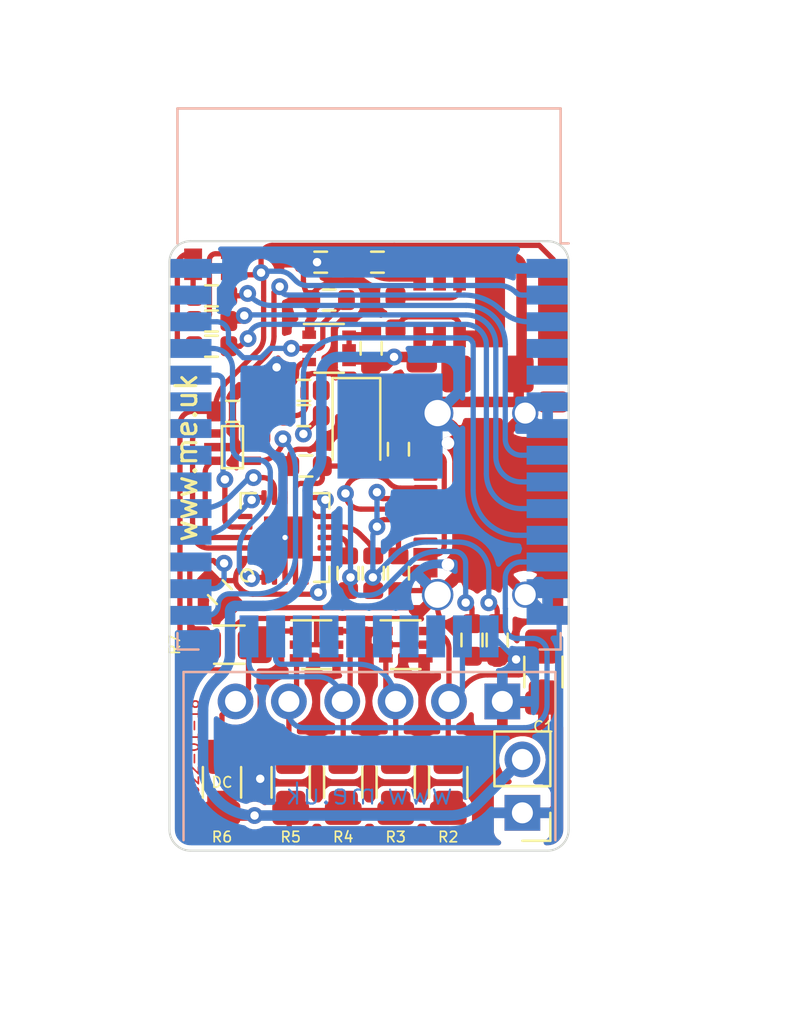
<source format=kicad_pcb>
(kicad_pcb (version 20211014) (generator pcbnew)
  (title_block (title "Generic ESP32 (suitable for battery operation)") (date "${DATE}") (rev "6") (comment 1 "www.me.uk") (comment 2 "@TheRealRevK"))
  (layers (0 "F.Cu" signal) (31 "B.Cu" signal) (34 "B.Paste" user) (35 "F.Paste" user) (36 "B.SilkS" user "B.Silkscreen") (37 "F.SilkS" user "F.Silkscreen") (38 "B.Mask" user) (39 "F.Mask" user) (44 "Edge.Cuts" user))
  (property "DATE" "2022-01-18")
  (net 0 "")
  (net 1 "D+")
  (net 2 "GND")
  (net 3 "D-")
  (net 4 "+3V3")
  (net 5 "VBUS")
  (net 6 "IO5")
  (net 7 "IO4")
  (net 8 "IO3")
  (net 9 "IO2")
  (net 10 "IO1")
  (net 11 "O")
  (net 12 "I")
  (net 22 "EN")
  (net 24 "Net-(J2-PadA5)")
  (net 25 "Net-(J2-PadB5)")
  (net 28 "Net-(J1-Pad6)")
  (net 29 "GPIO0")
  (net 33 "Net-(D1-Pad2)")
  (net 34 "DC")
  (net 35 "Net-(Q1-Pad5)")
  (net 36 "Net-(Q1-Pad4)")
  (net 37 "ADCON")
  (net 38 "ADC")
  (net 39 "CHARGER")
  (net 40 "USB")
  (net 41 "Net-(C2-Pad1)")
  (net 42 "Net-(D1-Pad3)")
  (net 43 "R")
  (net 44 "G")
  (net 45 "B")
  (net 49 "Net-(C4-Pad1)")
  (net 50 "Net-(D1-Pad4)")
  (net 51 "Net-(C3-Pad1)")
  (net 52 "Net-(R16-Pad2)")
  (net 53 "Net-(R18-Pad1)")
  (net 54 "Net-(R19-Pad1)")
  (footprint "RevK:Pad_1206_0805_Open" (layer "F.Cu") (at 130.47 124.35 90)
    (fp_text reference "R2")
    (fp_text value "NF")
  )
  (footprint "RevK:Pad_1206_0805_Open" (layer "F.Cu") (at 127.97 124.35 90)
    (fp_text reference "R3")
    (fp_text value "NF")
  )
  (footprint "RevK:Pad_1206_0805_Open" (layer "F.Cu") (at 125.47 124.35 90)
    (fp_text reference "R4")
    (fp_text value "NF")
  )
  (footprint "RevK:Pad_1206_0805_Open" (layer "F.Cu") (at 122.97 124.35 90)
    (fp_text reference "R5")
    (fp_text value "NF")
  )
  (footprint "RevK:Pad_1206_0805_Open" (layer "F.Cu") (at 119.7 124.35 90)
    (fp_text reference "R6")
    (fp_text value "NF")
  )
  (footprint "RevK:USC16-TR-Round" (layer "F.Cu") (at 136.245 111.1 90)
    (fp_text reference "J2" hide)
    (fp_text value "USB-C")
  )
  (footprint "Connector_PinHeader_2.54mm:PinHeader_1x02_P2.54mm_Vertical" (layer "F.Cu") (at 134 125.8 180)
    (fp_text reference "J3" hide)
    (fp_text value "DC")
  )
  (footprint "RevK:Pad_1206_0805_Open" (layer "F.Cu") (at 135 119.1 90)
    (fp_text reference "C1")
    (fp_text value "NF")
  )
  (footprint "RevK:QFN-20-1EP_4x4mm_P0.5mm_EP2.5x2.5mm" (layer "F.Cu") (at 122.7 112.7 90)
    (fp_text reference "U2" hide)
    (fp_text value "FT231XQ")
  )
  (footprint "RevK:R_0603" (layer "F.Cu") (at 120.2 106.7 180)
    (fp_text reference "R1" hide)
    (fp_text value "10K")
  )
  (footprint "RevK:R_0603" (layer "F.Cu") (at 119.2 102.4)
    (fp_text reference "R10" hide)
    (fp_text value "324R")
  )
  (footprint "RevK:R_0603" (layer "F.Cu") (at 123.6 105.7)
    (fp_text reference "R19" hide)
    (fp_text value "18K")
  )
  (footprint "RevK:R_0603" (layer "F.Cu") (at 123.6 106.9 180)
    (fp_text reference "R20" hide)
    (fp_text value "1k")
  )
  (footprint "RevK:USV-5" (layer "F.Cu") (at 120.2 108.4 -90)
    (fp_text reference "Q1" hide)
    (fp_text value "RN1701")
  )
  (footprint "Diode_SMD:D_1206_3216Metric" (layer "F.Cu") (at 126.1 107.4 -90)
    (fp_text reference "D2" hide)
    (fp_text value "D")
  )
  (footprint "RevK:R_0603" (layer "F.Cu") (at 124.8 101.4)
    (fp_text reference "R15" hide)
    (fp_text value "10K")
  )
  (footprint "RevK:R_0603" (layer "F.Cu") (at 126.8 103.7 -90)
    (fp_text reference "R18" hide)
    (fp_text value "10K")
  )
  (footprint "Package_TO_SOT_SMD:SOT-363_SC-70-6" (layer "F.Cu") (at 124.8 103.7)
    (fp_text reference "U3" hide)
    (fp_text value "NX6020CAKS")
  )
  (footprint "RevK:C_0603" (layer "F.Cu") (at 119.6 115.3 -45)
    (fp_text reference "C2" hide)
    (fp_text value "100nF")
  )
  (footprint "RevK:R_0603" (layer "F.Cu") (at 128.1 108.5 -90)
    (fp_text reference "R12" hide)
    (fp_text value "5K1")
  )
  (footprint "RevK:Pad_1206_0805_Open" (layer "F.Cu") (at 120.05 117.8)
    (fp_text reference "R7")
    (fp_text value "NF")
  )
  (footprint "RevK:SOT-363_SC-70-6" (layer "F.Cu") (at 124.2 117.8)
    (fp_text reference "D4" hide)
    (fp_text value "BAV99S")
  )
  (footprint "RevK:SOT-363_SC-70-6" (layer "F.Cu") (at 128.45 117.8)
    (fp_text reference "D3" hide)
    (fp_text value "BAV99S")
  )
  (footprint "RevK:R_0603" (layer "F.Cu") (at 128.1 114.4 -90)
    (fp_text reference "R11" hide)
    (fp_text value "5K1")
  )
  (footprint "RevK:R_0603" (layer "F.Cu") (at 126.9 114.4 90)
    (fp_text reference "R13" hide)
    (fp_text value "27R")
  )
  (footprint "RevK:R_0603" (layer "F.Cu") (at 125.7 114.4 -90)
    (fp_text reference "R14" hide)
    (fp_text value "27R")
  )
  (footprint "RevK:LED-RGB-1.6x1.6" (layer "F.Cu") (at 119.2 99.7)
    (fp_text reference "D1" hide)
    (fp_text value "RGB")
  )
  (footprint "RevK:R_0603" (layer "F.Cu") (at 119.2 101.2)
    (fp_text reference "R8" hide)
    (fp_text value "732R")
  )
  (footprint "RevK:R_0603" (layer "F.Cu") (at 119.2 103.6)
    (fp_text reference "R9" hide)
    (fp_text value "2K")
  )
  (footprint "RevK:C_0603" (layer "F.Cu") (at 123.7 109.3)
    (fp_text reference "C5" hide)
    (fp_text value "10nF")
  )
  (footprint "RevK:C_0603" (layer "F.Cu") (at 132.8 117.575 -90)
    (fp_text reference "C3" hide)
    (fp_text value "47pF")
  )
  (footprint "RevK:C_0603" (layer "F.Cu") (at 131.6 117.575 -90)
    (fp_text reference "C4" hide)
    (fp_text value "47pF")
  )
  (footprint "RevK:Hidden" (layer "F.Cu") (at 129.21 105.3 90)
    (fp_text reference "C7" hide)
    (fp_text value "2.2uF")
  )
  (footprint "RevK:Hidden" (layer "F.Cu") (at 135.46 105.3 90)
    (fp_text reference "C8" hide)
    (fp_text value "10uF")
  )
  (footprint "RevK:Hidden" (layer "F.Cu") (at 132.34 104.92)
    (fp_text reference "D5" hide)
    (fp_text value "Schottky")
  )
  (footprint "RevK:Hidden" (layer "F.Cu") (at 133.96 101.75)
    (fp_text reference "L1" hide)
    (fp_text value "6.8uH")
  )
  (footprint "RevK:Hidden" (layer "F.Cu") (at 127.96 102 -90)
    (fp_text reference "C6" hide)
    (fp_text value "0.1uF")
  )
  (footprint "RevK:R_0603" (layer "F.Cu") (at 124.4 99.6)
    (fp_text reference "R17" hide)
    (fp_text value "3M 1% or NF")
  )
  (footprint "RevK:R_0603" (layer "F.Cu") (at 127.1 99.6 180)
    (fp_text reference "R16" hide)
    (fp_text value "10M 1% or 0R")
  )
  (footprint "RevK:RegulatorBlockFB" (layer "F.Cu") (at 130.06 101.75)
    (fp_text reference "U4" hide)
    (fp_text value "LMR16006+FB")
  )
  (footprint "RevK:Molex_MiniSPOX_H6RA_0.1" (layer "B.Cu") (at 126.72 120.5 180)
    (fp_text reference "J1" hide)
    (fp_text value "Connector")
  )
  (footprint "RF_Module:ESP32-WROOM-32" (layer "B.Cu") (at 126.7 108.15 180)
    (fp_text reference "U1" hide)
    (fp_text value "ESP32-WROOM-32")
  )
  (gr_line (start 118.2 127.6) (end 135.2 127.6) (layer "Edge.Cuts") (width 0.1))
  (gr_line (start 136.2 126.6) (end 136.2 99.6) (layer "Edge.Cuts") (width 0.1))
  (gr_line (start 117.2 99.6) (end 117.2 126.6) (layer "Edge.Cuts") (width 0.1))
  (gr_arc (start 136.2 126.6) (mid 135.907107 127.307107) (end 135.2 127.6) (layer "Edge.Cuts") (width 0.1))
  (gr_line (start 135.2 98.6) (end 118.2 98.6) (layer "Edge.Cuts") (width 0.1))
  (gr_arc (start 135.2 98.6) (mid 135.907107 98.892893) (end 136.2 99.6) (layer "Edge.Cuts") (width 0.1))
  (gr_arc (start 117.2 99.6) (mid 117.492893 98.892893) (end 118.2 98.6) (layer "Edge.Cuts") (width 0.1))
  (gr_arc (start 118.2 127.6) (mid 117.492893 127.307107) (end 117.2 126.6) (layer "Edge.Cuts") (width 0.1))
  (gr_text "${DATE}" (at 118.35 122.91 90) (layer "F.Cu") (effects (font (size 0.5 0.5) (thickness 0.08))))
  (gr_text "www.me.uk" (at 126.7 124.9) (layer "B.Cu") (effects (font (size 1 1) (thickness 0.1)) (justify mirror)))
  (gr_text "www.me.uk" (at 118 108.9 90) (layer "F.SilkS") (effects (font (size 1 1))))
  (gr_text "DC" (at 119.7 124.35) (layer "F.SilkS") (effects (font (size 0.5 0.5) (thickness 0.08))))
  (segment (start 125.7 113.175) (end 125.7 113.575) (width 0.25) (layer "F.Cu") (net 1))
  (segment (start 124.6 112.7) (end 125.225 112.7) (width 0.25) (layer "F.Cu") (net 1))
  (arc (start 125.225 112.7) (mid 125.560876 112.839124) (end 125.7 113.175) (width 0.25) (layer "F.Cu") (net 1))
  (segment (start 129.77 115.225) (end 129.965 115.42) (width 0.25) (layer "F.Cu") (net 2))
  (segment (start 122.2 113.2) (end 122.7 112.7) (width 0.25) (layer "F.Cu") (net 2))
  (segment (start 122.7 114.6) (end 122.7 112.7) (width 0.25) (layer "F.Cu") (net 2))
  (segment (start 124.5 124.4) (end 126.7 124.4) (width 0.25) (layer "F.Cu") (net 2))
  (segment (start 122.104811 107.170189) (end 122.375 106.9) (width 0.25) (layer "F.Cu") (net 2))
  (segment (start 129.17001 118.67999) (end 129.17001 124.27001) (width 0.25) (layer "F.Cu") (net 2))
  (segment (start 123.69999 105.207532) (end 123.69999 106.37501) (width 0.25) (layer "F.Cu") (net 2))
  (segment (start 129.3 124.4) (end 131.13313 124.4) (width 0.25) (layer "F.Cu") (net 2))
  (segment (start 126.7 117.55) (end 126.7 124.4) (width 0.25) (layer "F.Cu") (net 2))
  (segment (start 125.092476 102.842476) (end 125.092476 104.607524) (width 0.25) (layer "F.Cu") (net 2))
  (segment (start 133.045 120.5) (end 135.6 120.5) (width 0.5) (layer "F.Cu") (net 2))
  (segment (start 125.057783 107.907783) (end 124.782783 108.182783) (width 0.25) (layer "F.Cu") (net 2))
  (segment (start 122.7 110.8) (end 122.7 112.7) (width 0.25) (layer "F.Cu") (net 2))
  (segment (start 131.6 118.11566) (end 131.6 118.35) (width 0.25) (layer "F.Cu") (net 2))
  (segment (start 127.5 117.15) (end 127.1 117.15) (width 0.25) (layer "F.Cu") (net 2))
  (segment (start 129.435 106.25) (end 129.965 106.78) (width 0.5) (layer "F.Cu") (net 2))
  (segment (start 128.325 107.9) (end 128.1 107.675) (width 0.25) (layer "F.Cu") (net 2))
  (segment (start 125.434952 102.5) (end 125.511092 102.5) (width 0.25) (layer "F.Cu") (net 2))
  (segment (start 122.40001 117.42499) (end 122.40001 119.245988) (width 0.25) (layer "F.Cu") (net 2))
  (segment (start 133.7 118.5) (end 132.95 118.5) (width 0.25) (layer "F.Cu") (net 2))
  (segment (start 122.775 106.9) (end 122.375 106.9) (width 0.25) (layer "F.Cu") (net 2))
  (segment (start 122.04999 105.30001) (end 122.04999 104.85001) (width 0.25) (layer "F.Cu") (net 2))
  (segment (start 120.148008 115.848008) (end 120.339544 116.039544) (width 0.25) (layer "F.Cu") (net 2))
  (segment (start 121.520001 120.125997) (end 121.520001 124.179999) (width 0.25) (layer "F.Cu") (net 2))
  (segment (start 123.975 101.125) (end 124.2 100.9) (width 0.25) (layer "F.Cu") (net 2))
  (segment (start 132.53313 125.8) (end 134 125.8) (width 0.25) (layer "F.Cu") (net 2))
  (segment (start 123.575 99.6) (end 124.2255 99.6) (width 0.25) (layer "F.Cu") (net 2))
  (segment (start 129.2 106.25) (end 129.435 106.25) (width 0.5) (layer "F.Cu") (net 2))
  (segment (start 124.249999 124.349999) (end 124.249999 118.800001) (width 0.25) (layer "F.Cu") (net 2))
  (segment (start 124.8 104.9) (end 124.007522 104.9) (width 0.25) (layer "F.Cu") (net 2))
  (segment (start 125.15 118.45) (end 124.6 118.45) (width 0.25) (layer "F.Cu") (net 2))
  (segment (start 123.975 102.925) (end 123.85 103.05) (width 0.25) (layer "F.Cu") (net 2))
  (segment (start 124.6 113.7) (end 123.7 113.7) (width 0.25) (layer "F.Cu") (net 2))
  (segment (start 128.1 115.225) (end 129.77 115.225) (width 0.25) (layer "F.Cu") (net 2))
  (segment (start 123.7 113.7) (end 122.7 112.7) (width 0.25) (layer "F.Cu") (net 2))
  (segment (start 129.345456 116.039544) (end 129.965 115.42) (width 0.25) (layer "F.Cu") (net 2))
  (segment (start 120.339544 116.039544) (end 129.345456 116.039544) (width 0.25) (layer "F.Cu") (net 2))
  (segment (start 124.016978 108.49999) (end 123.362156 108.49999) (width 0.25) (layer "F.Cu") (net 2))
  (segment (start 123.575 99.6) (end 123.575 100.434315) (width 0.25) (layer "F.Cu") (net 2))
  (segment (start 123.2 113.2) (end 122.7 112.7) (width 0.25) (layer "F.Cu") (net 2))
  (segment (start 131.13313 124.4) (end 132.53313 125.8) (width 0.25) (layer "F.Cu") (net 2))
  (segment (start 121.764992 124.42499) (end 124.47501 124.42499) (width 0.25) (layer "F.Cu") (net 2))
  (segment (start 123.975 101.4) (end 123.975 101.125) (width 0.25) (layer "F.Cu") (net 2))
  (segment (start 130.29217 116.80783) (end 131.6 118.11566) (width 0.25) (layer "F.Cu") (net 2))
  (segment (start 126.5 100.9) (end 126.5 101.440381) (width 0.25) (layer "F.Cu") (net 2))
  (segment (start 123.25 117.15) (end 122.675 117.15) (width 0.25) (layer "F.Cu") (net 2))
  (segment (start 121.875001 108.024999) (end 121.875001 107.724999) (width 0.25) (layer "F.Cu") (net 2))
  (segment (start 122.04999 106.57499) (end 122.04999 105.30001) (width 0.25) (layer "F.Cu") (net 2))
  (segment (start 135.6 120.5) (end 135.6 125.45) (width 0.5) (layer "F.Cu") (net 2))
  (segment (start 122.7 109.525) (end 122.925 109.3) (width 0.25) (layer "F.Cu") (net 2))
  (segment (start 123.975 101.4) (end 123.975 102.925) (width 0.25) (layer "F.Cu") (net 2))
  (segment (start 123.2 114.6) (end 123.2 113.2) (width 0.25) (layer "F.Cu") (net 2))
  (segment (start 129.17001 124.27001) (end 129.3 124.4) (width 0.25) (layer "F.Cu") (net 2))
  (segment (start 124.5 124.4) (end 124.3 124.4) (width 0.25) (layer "F.Cu") (net 2))
  (segment (start 132.95 118.5) (end 132.8 118.35) (width 0.25) (layer "F.Cu") (net 2))
  (segment (start 123.7 114.6) (end 123.7 113.7) (width 0.25) (layer "F.Cu") (net 2))
  (segment (start 126.7 124.4) (end 129.3 124.4) (width 0.25) (layer "F.Cu") (net 2))
  (segment (start 123.175 106.9) (end 122.775 106.9) (width 0.25) (layer "F.Cu") (net 2))
  (segment (start 124.47501 124.42499) (end 124.5 124.4) (width 0.25) (layer "F.Cu") (net 2))
  (segment (start 124.3 124.4) (end 124.249999 124.349999) (width 0.25) (layer "F.Cu") (net 2))
  (segment (start 124.924288 100.59999) (end 126.19999 100.59999) (width 0.25) (layer "F.Cu") (net 2))
  (segment (start 128.075 107.7) (end 125.559415 107.7) (width 0.25) (layer "F.Cu") (net 2))
  (segment (start 135.25 125.8) (end 134 125.8) (width 0.5) (layer "F.Cu") (net 2))
  (segment (start 122.925 108.831066) (end 122.925 109.3) (width 0.25) (layer "F.Cu") (net 2))
  (segment (start 119.25 108.4) (end 121.5 108.4) (width 0.25) (layer "F.Cu") (net 2))
  (segment (start 129.385 107.9) (end 128.325 107.9) (width 0.25) (layer "F.Cu") (net 2))
  (segment (start 122.2 114.6) (end 122.2 113.2) (width 0.25) (layer "F.Cu") (net 2))
  (segment (start 129.965 115.42) (end 129.965 116.017972) (width 0.25) (layer "F.Cu") (net 2))
  (segment (start 122.40001 119.245988) (end 121.520001 120.125997) (width 0.25) (layer "F.Cu") (net 2))
  (segment (start 128.1 107.675) (end 128.075 107.7) (width 0.25) (layer "F.Cu") (net 2))
  (segment (start 123.474976 99.700024) (end 123.575 99.6) (width 0.25) (layer "F.Cu") (net 2))
  (segment (start 122.4 99.700024) (end 123.474976 99.700024) (width 0.25) (layer "F.Cu") (net 2))
  (segment (start 129.4 118.45) (end 129.17001 118.67999) (width 0.25) (layer "F.Cu") (net 2))
  (segment (start 122.7 110.8) (end 122.7 109.525) (width 0.25) (layer "F.Cu") (net 2))
  (via (at 122.3 104.6) (size 0.8) (drill 0.4) (layers "F.Cu" "B.Cu") (net 2))
  (via (at 133.7 118.5) (size 0.8) (drill 0.4) (layers "F.Cu" "B.Cu") (net 2))
  (via (at 121.520001 124.179999) (size 0.8) (drill 0.4) (layers "F.Cu" "B.Cu") (net 2))
  (via (at 124.2255 99.6) (size 0.8) (drill 0.4) (layers "F.Cu" "B.Cu") (net 2))
  (arc (start 123 108.65) (mid 122.944492 108.733073) (end 122.925 108.831066) (width 0.25) (layer "F.Cu") (net 2))
  (arc (start 123.575 100.434315) (mid 123.678956 100.956939) (end 123.975 101.4) (width 0.25) (layer "F.Cu") (net 2))
  (arc (start 124.007522 104.9) (mid 123.790064 104.990074) (end 123.69999 105.207532) (width 0.25) (layer "F.Cu") (net 2))
  (arc (start 123.69999 106.37501) (mid 123.546224 106.746234) (end 123.175 106.9) (width 0.25) (layer "F.Cu") (net 2))
  (arc (start 124.2 100.9) (mid 124.532307 100.677959) (end 124.924288 100.59999) (width 0.25) (layer "F.Cu") (net 2))
  (arc (start 124.6 118.45) (mid 124.352512 118.552513) (end 124.249999 118.800001) (width 0.25) (layer "F.Cu") (net 2))
  (arc (start 127.1 117.15) (mid 126.817157 117.267157) (end 126.7 117.55) (width 0.25) (layer "F.Cu") (net 2))
  (arc (start 125.559415 107.7) (mid 125.287934 107.754001) (end 125.057783 107.907783) (width 0.25) (layer "F.Cu") (net 2))
  (arc (start 135.6 125.45) (mid 135.497487 125.697487) (end 135.25 125.8) (width 0.5) (layer "F.Cu") (net 2))
  (arc (start 129.965 116.017972) (mid 130.050028 116.44544) (end 130.29217 116.80783) (width 0.25) (layer "F.Cu") (net 2))
  (arc (start 125.511092 102.5) (mid 125.870396 102.42853) (end 126.175 102.225) (width 0.25) (layer "F.Cu") (net 2))
  (arc (start 122.375 106.9) (mid 122.145183 106.804807) (end 122.04999 106.57499) (width 0.25) (layer "F.Cu") (net 2))
  (arc (start 124.782783 108.182783) (mid 124.431428 108.417551) (end 124.016978 108.49999) (width 0.25) (layer "F.Cu") (net 2))
  (arc (start 125.092476 104.607524) (mid 125.006812 104.814336) (end 124.8 104.9) (width 0.25) (layer "F.Cu") (net 2))
  (arc (start 125.434952 102.5) (mid 125.192785 102.600309) (end 125.092476 102.842476) (width 0.25) (layer "F.Cu") (net 2))
  (arc (start 122.675 117.15) (mid 122.480553 117.230543) (end 122.40001 117.42499) (width 0.25) (layer "F.Cu") (net 2))
  (arc (start 123.362156 108.49999) (mid 123.166159 108.538976) (end 123 108.65) (width 0.25) (layer "F.Cu") (net 2))
  (arc (start 126.5 101.440381) (mid 126.415535 101.865013) (end 126.175 102.225) (width 0.25) (layer "F.Cu") (net 2))
  (arc (start 121.875001 107.724999) (mid 121.934727 107.424738) (end 122.104811 107.170189) (width 0.25) (layer "F.Cu") (net 2))
  (arc (start 122.04999 104.85001) (mid 122.123216 104.673226) (end 122.3 104.6) (width 0.25) (layer "F.Cu") (net 2))
  (arc (start 121.5 108.4) (mid 121.765166 108.290165) (end 121.875001 108.024999) (width 0.25) (layer "F.Cu") (net 2))
  (arc (start 126.19999 100.59999) (mid 126.412129 100.687861) (end 126.5 100.9) (width 0.25) (layer "F.Cu") (net 2))
  (segment (start 135.2 106.245) (end 134.67 106.245) (width 0.25) (layer "B.Cu") (net 2))
  (segment (start 134.87 107.515) (end 134.135 106.78) (width 0.25) (layer "B.Cu") (net 2))
  (segment (start 125.8 116) (end 127.5 116) (width 0.25) (layer "B.Cu") (net 2))
  (segment (start 132.605 117.405) (end 133.7 118.5) (width 0.25) (layer "B.Cu") (net 2))
  (segment (start 122.3 104.6) (end 121.836193 105.063807) (width 0.25) (layer "B.Cu") (net 2))
  (segment (start 121.836193 105.063807) (end 121.836193 108.254867) (width 0.25) (layer "B.Cu") (net 2))
  (segment (start 133.705 99.895) (end 135.2 99.895) (width 0.5) (layer "B.Cu") (net 2))
  (segment (start 127.5 116) (end 128.945 114.555) (width 0.25) (layer "B.Cu") (net 2))
  (segment (start 135.12 116.405) (end 134.135 115.42) (width 0.25) (layer "B.Cu") (net 2))
  (segment (start 122.525001 109.574999) (end 122.525001 112.525001) (width 0.25) (layer "B.Cu") (net 2))
  (segment (start 135.2 116.405) (end 135.305 116.405) (width 0.25) (layer "B.Cu") (net 2))
  (segment (start 135.2 116.405) (end 135.12 116.405) (width 0.25) (layer "B.Cu") (net 2))
  (segment (start 132.415 117.405) (end 132.605 117.405) (width 0.25) (layer "B.Cu") (net 2))
  (segment (start 122.525001 112.525001) (end 122.7 112.7) (width 0.25) (layer "B.Cu") (net 2))
  (segment (start 124.700556 99.124944) (end 125.775056 99.124944) (width 0.25) (layer "B.Cu") (net 2))
  (segment (start 135.75 116.85) (end 135.75 125.25) (width 0.25) (layer "B.Cu") (net 2))
  (segment (start 125.009096 113.290904) (end 125.009096 115.209096) (width 0.25) (layer "B.Cu") (net 2))
  (segment (start 120.405 99.895) (end 118.2 99.895) (width 0.5) (layer "B.Cu") (net 2))
  (segment (start 133.445 99.635) (end 133.705 99.895) (width 0.5) (layer "B.Cu") (net 2))
  (segment (start 128.945 114.555) (end 128.945 114.4) (width 0.25) (layer "B.Cu") (net 2))
  (segment (start 122.043837 108.756163) (end 122.28623 108.998556) (width 0.25) (layer "B.Cu") (net 2))
  (segment (start 135.25 125.75) (end 134.05 125.75) (width 0.25) (layer "B.Cu") (net 2))
  (segment (start 134.67 106.245) (end 134.135 106.78) (width 0.25) (layer "B.Cu") (net 2))
  (segment (start 128.945 114.4) (end 129.965 115.42) (width 0.25) (layer "B.Cu") (net 2))
  (segment (start 121.024944 99.275056) (end 120.405 99.895) (width 0.5) (layer "B.Cu") (net 2))
  (segment (start 125.775056 99.124944) (end 132.213616 99.124944) (width 0.5) (layer "B.Cu") (net 2))
  (segment (start 124.2255 99.6) (end 124.700556 99.124944) (width 0.25) (layer "B.Cu") (net 2))
  (segment (start 135.2 115.135) (end 134.42 115.135) (width 0.25) (layer "B.Cu") (net 2))
  (segment (start 134.42 115.135) (end 134.135 115.42) (width 0.25) (layer "B.Cu") (net 2))
  (segment (start 135.2 107.515) (end 134.87 107.515) (width 0.25) (layer "B.Cu") (net 2))
  (segment (start 125.775056 99.124944) (end 121.387346 99.124944) (width 0.5) (layer "B.Cu") (net 2))
  (arc (start 122.28623 108.998556) (mid 122.462946 109.263029) (end 122.525001 109.574999) (width 0.25) (layer "B.Cu") (net 2))
  (arc (start 121.387346 99.124944) (mid 121.191216 99.163956) (end 121.024944 99.275056) (width 0.5) (layer "B.Cu") (net 2))
  (arc (start 121.836193 108.254867) (mid 121.890157 108.526166) (end 122.043837 108.756163) (width 0.25) (layer "B.Cu") (net 2))
  (arc (start 134.05 125.75) (mid 134.014645 125.764645) (end 134 125.8) (width 0.25) (layer "B.Cu") (net 2))
  (arc (start 135.75 125.25) (mid 135.603553 125.603553) (end 135.25 125.75) (width 0.25) (layer "B.Cu") (net 2))
  (arc (start 125.009096 115.209096) (mid 125.240746 115.76835) (end 125.8 116) (width 0.25) (layer "B.Cu") (net 2))
  (arc (start 132.213616 99.124944) (mid 132.880036 99.257503) (end 133.445 99.635) (width 0.5) (layer "B.Cu") (net 2))
  (arc (start 135.305 116.405) (mid 135.619663 116.535337) (end 135.75 116.85) (width 0.25) (layer "B.Cu") (net 2))
  (segment (start 126.617157 112.892158) (end 126.4875 112.7625) (width 0.25) (layer "F.Cu") (net 3))
  (segment (start 126.4875 112.7625) (end 126.260876 112.535876) (width 0.25) (layer "F.Cu") (net 3))
  (segment (start 125.45 112.2) (end 124.6 112.2) (width 0.25) (layer "F.Cu") (net 3))
  (arc (start 126.260876 112.535876) (mid 125.888844 112.287291) (end 125.45 112.2) (width 0.25) (layer "F.Cu") (net 3))
  (arc (start 126.9 113.575) (mid 126.826492 113.205448) (end 126.617157 112.892158) (width 0.25) (layer "F.Cu") (net 3))
  (segment (start 123.450009 116.550009) (end 128.350009 116.550009) (width 0.25) (layer "F.Cu") (net 4))
  (segment (start 135.46 101.8) (end 135.46 99.46) (width 0.25) (layer "F.Cu") (net 4))
  (segment (start 120.368435 116.868435) (end 120.268435 116.968435) (width 0.25) (layer "F.Cu") (net 4))
  (segment (start 124.2 117.8) (end 124.2 116.63641) (width 0.25) (layer "F.Cu") (net 4))
  (segment (start 119.375 106.646843) (end 119.375 106.7) (width 0.25) (layer "F.Cu") (net 4))
  (segment (start 117.69999 126.14999) (end 117.69999 107.30001) (width 0.25) (layer "F.Cu") (net 4))
  (segment (start 127.925 98.825) (end 127.9 98.8) (width 0.25) (layer "F.Cu") (net 4))
  (segment (start 118.3 106.7) (end 119.375 106.7) (width 0.25) (layer "F.Cu") (net 4))
  (segment (start 123.25 117.8) (end 124.2 117.8) (width 0.25) (layer "F.Cu") (net 4))
  (segment (start 122.5 127.05) (end 118.6 127.05) (width 0.25) (layer "F.Cu") (net 4))
  (segment (start 122.9 125.8825) (end 122.9 126.65) (width 0.25) (layer "F.Cu") (net 4))
  (segment (start 124.349991 116.550009) (end 123.450009 116.550009) (width 0.25) (layer "F.Cu") (net 4))
  (segment (start 127.5 117.8) (end 128.5 117.8) (width 0.25) (layer "F.Cu") (net 4))
  (segment (start 135.46 99.46) (end 134.8 98.8) (width 0.25) (layer "F.Cu") (net 4))
  (segment (start 128.5 116.7) (end 128.5 117.8) (width 0.25) (layer "F.Cu") (net 4))
  (segment (start 124.2 117.8) (end 125.15 117.8) (width 0.25) (layer "F.Cu") (net 4))
  (segment (start 134.8 98.8) (end 127.9 98.8) (width 0.25) (layer "F.Cu") (net 4))
  (segment (start 122.1 98.8) (end 127.9 98.8) (width 0.25) (layer "F.Cu") (net 4))
  (segment (start 128.5 117.8) (end 129.4 117.8) (width 0.25) (layer "F.Cu") (net 4))
  (segment (start 125.47 125.8125) (end 127.97 125.8125) (width 0.5) (layer "F.Cu") (net 4))
  (segment (start 121.412895 103.812895) (end 119.937895 105.287895) (width 0.25) (layer "F.Cu") (net 4))
  (segment (start 120.075 100.2) (end 121.46 100.2) (width 0.25) (layer "F.Cu") (net 4))
  (segment (start 123.450009 116.550009) (end 121.137183 116.550009) (width 0.25) (layer "F.Cu") (net 4))
  (segment (start 128.350009 116.550009) (end 128.5 116.7) (width 0.25) (layer "F.Cu") (net 4))
  (segment (start 127.925 99.6) (end 127.925 98.825) (width 0.25) (layer "F.Cu") (net 4))
  (segment (start 121.68328 101.248545) (end 121.68328 103.160128) (width 0.25) (layer "F.Cu") (net 4))
  (segment (start 119.55001 119.00001) (end 117.80001 119.00001) (width 0.25) (layer "F.Cu") (net 4))
  (segment (start 119.97501 117.676825) (end 119.97501 118.57501) (width 0.25) (layer "F.Cu") (net 4))
  (segment (start 127.97 125.8125) (end 130.47 125.8125) (width 0.5) (layer "F.Cu") (net 4))
  (segment (start 122.97 125.8125) (end 125.47 125.8125) (width 0.5) (layer "F.Cu") (net 4))
  (segment (start 121.68328 100.397624) (end 121.68328 101.248545) (width 0.25) (layer "F.Cu") (net 4))
  (segment (start 121.56 100.1) (end 121.56 99.34) (width 0.25) (layer "F.Cu") (net 4))
  (via (at 121.56 100.1) (size 0.8) (drill 0.4) (layers "F.Cu" "B.Cu") (net 4))
  (arc (start 121.137183 116.550009) (mid 120.72114 116.632765) (end 120.368435 116.868435) (width 0.25) (layer "F.Cu") (net 4))
  (arc (start 119.937895 105.287895) (mid 119.521292 105.911385) (end 119.375 106.646843) (width 0.25) (layer "F.Cu") (net 4))
  (arc (start 122.9 126.65) (mid 122.782843 126.932843) (end 122.5 127.05) (width 0.25) (layer "F.Cu") (net 4))
  (arc (start 121.46 100.2) (mid 121.530711 100.170711) (end 121.56 100.1) (width 0.25) (layer "F.Cu") (net 4))
  (arc (start 121.56 100.1) (mid 121.65124 100.23655) (end 121.68328 100.397624) (width 0.25) (layer "F.Cu") (net 4))
  (arc (start 121.56 99.34) (mid 121.718162 98.958162) (end 122.1 98.8) (width 0.25) (layer "F.Cu") (net 4))
  (arc (start 117.69999 107.30001) (mid 117.875729 106.875739) (end 118.3 106.7) (width 0.25) (layer "F.Cu") (net 4))
  (arc (start 122.97 125.8125) (mid 122.920503 125.833003) (end 122.9 125.8825) (width 0.25) (layer "F.Cu") (net 4))
  (arc (start 119.97501 118.57501) (mid 119.85053 118.87553) (end 119.55001 119.00001) (width 0.25) (layer "F.Cu") (net 4))
  (arc (start 121.68328 103.160128) (mid 121.613009 103.513402) (end 121.412895 103.812895) (width 0.25) (layer "F.Cu") (net 4))
  (arc (start 120.268435 116.968435) (mid 120.051268 117.293449) (end 119.97501 117.676825) (width 0.25) (layer "F.Cu") (net 4))
  (arc (start 118.6 127.05) (mid 117.963597 126.786393) (end 117.69999 126.14999) (width 0.25) (layer "F.Cu") (net 4))
  (segment (start 121.728994 100.03) (end 122.42766 100.03) (width 0.25) (layer "B.Cu") (net 4))
  (segment (start 133.991776 101.165) (end 135.2 101.165) (width 0.25) (layer "B.Cu") (net 4))
  (segment (start 122.995 100.265) (end 123.22 100.49) (width 0.25) (layer "B.Cu") (net 4))
  (segment (start 123.751126 100.71) (end 132.89331 100.71) (width 0.25) (layer "B.Cu") (net 4))
  (arc (start 123.22 100.49) (mid 123.463683 100.652824) (end 123.751126 100.71) (width 0.25) (layer "B.Cu") (net 4))
  (arc (start 122.42766 100.03) (mid 122.734702 100.091074) (end 122.995 100.265) (width 0.25) (layer "B.Cu") (net 4))
  (arc (start 132.89331 100.71) (mid 133.324475 100.795764) (end 133.69 101.04) (width 0.25) (layer "B.Cu") (net 4))
  (arc (start 121.56 100.1) (mid 121.637536 100.048191) (end 121.728994 100.03) (width 0.25) (layer "B.Cu") (net 4))
  (arc (start 133.69 101.04) (mid 133.828456 101.132513) (end 133.991776 101.165) (width 0.25) (layer "B.Cu") (net 4))
  (segment (start 129.870006 113.5) (end 129.385 113.5) (width 0.25) (layer "F.Cu") (net 5))
  (segment (start 130.280001 109.109995) (end 130.280001 113.090005) (width 0.25) (layer "F.Cu") (net 5))
  (segment (start 124.475 109.3) (end 124.475 109.87498) (width 0.25) (layer "F.Cu") (net 5))
  (segment (start 129.385 108.7) (end 129.870006 108.7) (width 0.25) (layer "F.Cu") (net 5))
  (segment (start 126.30001 108.59999) (end 126.1 108.8) (width 0.25) (layer "F.Cu") (net 5))
  (segment (start 123.2 110.401978) (end 123.2 110.8) (width 0.25) (layer "F.Cu") (net 5))
  (segment (start 124.22499 110.12499) (end 123.476988 110.12499) (width 0.25) (layer "F.Cu") (net 5))
  (segment (start 129.385 108.7) (end 129.28499 108.59999) (width 0.25) (layer "F.Cu") (net 5))
  (segment (start 129.28499 108.59999) (end 126.30001 108.59999) (width 0.25) (layer "F.Cu") (net 5))
  (segment (start 124.475 109.3) (end 125.6 109.3) (width 0.25) (layer "F.Cu") (net 5))
  (arc (start 129.870006 108.7) (mid 130.159916 108.820085) (end 130.280001 109.109995) (width 0.25) (layer "F.Cu") (net 5))
  (arc (start 123.476988 110.12499) (mid 123.281128 110.206118) (end 123.2 110.401978) (width 0.25) (layer "F.Cu") (net 5))
  (arc (start 130.280001 113.090005) (mid 130.159916 113.379915) (end 129.870006 113.5) (width 0.25) (layer "F.Cu") (net 5))
  (arc (start 124.475 109.87498) (mid 124.401774 110.051764) (end 124.22499 110.12499) (width 0.25) (layer "F.Cu") (net 5))
  (arc (start 125.6 109.3) (mid 125.953553 109.153553) (end 126.1 108.8) (width 0.25) (layer "F.Cu") (net 5))
  (segment (start 119.42501 113.92501) (end 119.3 113.8) (width 0.25) (layer "F.Cu") (net 6))
  (segment (start 119.3 113.8) (end 118.632212 113.8) (width 0.25) (layer "F.Cu") (net 6))
  (segment (start 118.166106 117.378606) (end 118.5875 117.8) (width 0.25) (layer "F.Cu") (net 6))
  (segment (start 118.3 116.9625) (end 119.1375 117.8) (width 0.25) (layer "F.Cu") (net 6))
  (segment (start 118.166106 114.266106) (end 118.166106 117.378606) (width 0.25) (layer "F.Cu") (net 6))
  (segment (start 119.8 113.92501) (end 119.42501 113.92501) (width 0.25) (layer "F.Cu") (net 6))
  (via (at 119.8 113.92501) (size 0.8) (drill 0.4) (layers "F.Cu" "B.Cu") (net 6))
  (arc (start 118.632212 113.8) (mid 118.302625 113.936519) (end 118.166106 114.266106) (width 0.25) (layer "F.Cu") (net 6))
  (segment (start 118.2 115.135) (end 119.265 115.135) (width 0.25) (layer "B.Cu") (net 6))
  (segment (start 119.8 114.6) (end 119.8 113.92501) (width 0.25) (layer "B.Cu") (net 6))
  (arc (start 119.265 115.135) (mid 119.643302 114.978302) (end 119.8 114.6) (width 0.25) (layer "B.Cu") (net 6))
  (segment (start 122.885 123.3525) (end 122.97 123.4375) (width 0.25) (layer "F.Cu") (net 7))
  (segment (start 123.25 118.45) (end 123.25 120.135) (width 0.25) (layer "F.Cu") (net 7))
  (segment (start 122.885 120.5) (end 122.885 123.3525) (width 0.25) (layer "F.Cu") (net 7))
  (segment (start 123.25 120.135) (end 122.885 120.5) (width 0.25) (layer "F.Cu") (net 7))
  (segment (start 133.75 117.5) (end 134.5 117.5) (width 0.25) (layer "B.Cu") (net 7))
  (segment (start 135.172811 118.172811) (end 135.172811 120.657191) (width 0.25) (layer "B.Cu") (net 7))
  (segment (start 135.2 113.865) (end 133.95 113.865) (width 0.25) (layer "B.Cu") (net 7))
  (segment (start 133.184999 114.630001) (end 133.184999 116.080489) (width 0.25) (layer "B.Cu") (net 7))
  (segment (start 122.885 121.035) (end 122.885 120.5) (width 0.25) (layer "B.Cu") (net 7))
  (segment (start 133.189511 116.085001) (end 133.189511 116.939511) (width 0.25) (layer "B.Cu") (net 7))
  (segment (start 134.080002 121.75) (end 123.6 121.75) (width 0.25) (layer "B.Cu") (net 7))
  (arc (start 133.184999 116.080489) (mid 133.188189 116.081811) (end 133.189511 116.085001) (width 0.25) (layer "B.Cu") (net 7))
  (arc (start 123.6 121.75) (mid 123.094419 121.540581) (end 122.885 121.035) (width 0.25) (layer "B.Cu") (net 7))
  (arc (start 135.172811 120.657191) (mid 134.852735 121.429924) (end 134.080002 121.75) (width 0.25) (layer "B.Cu") (net 7))
  (arc (start 133.189511 116.939511) (mid 133.353674 117.335837) (end 133.75 117.5) (width 0.25) (layer "B.Cu") (net 7))
  (arc (start 134.5 117.5) (mid 134.975749 117.697062) (end 135.172811 118.172811) (width 0.25) (layer "B.Cu") (net 7))
  (arc (start 133.95 113.865) (mid 133.409063 114.089064) (end 133.184999 114.630001) (width 0.25) (layer "B.Cu") (net 7))
  (segment (start 125.800001 120.124999) (end 125.800001 117.400001) (width 0.25) (layer "F.Cu") (net 8))
  (segment (start 125.425 120.5) (end 125.800001 120.124999) (width 0.25) (layer "F.Cu") (net 8))
  (segment (start 125.47 120.545) (end 125.425 120.5) (width 0.25) (layer "F.Cu") (net 8))
  (segment (start 125.47 122.8875) (end 125.47 120.545) (width 0.25) (layer "F.Cu") (net 8))
  (segment (start 125.15 117.15) (end 125.55 117.15) (width 0.25) (layer "F.Cu") (net 8))
  (arc (start 125.55 117.15) (mid 125.726777 117.223224) (end 125.800001 117.400001) (width 0.25) (layer "F.Cu") (net 8))
  (segment (start 120.985 117.405) (end 120.985 118.655) (width 0.25) (layer "B.Cu") (net 8))
  (segment (start 121.654999 119.324999) (end 124.249999 119.324999) (width 0.25) (layer "B.Cu") (net 8))
  (arc (start 120.985 118.655) (mid 121.181238 119.128761) (end 121.654999 119.324999) (width 0.25) (layer "B.Cu") (net 8))
  (arc (start 124.249999 119.324999) (mid 125.08085 119.669149) (end 125.425 120.5) (width 0.25) (layer "B.Cu") (net 8))
  (segment (start 127.97 122.8875) (end 127.97 120.505) (width 0.25) (layer "F.Cu") (net 9))
  (segment (start 127.5 120.035) (end 127.965 120.5) (width 0.25) (layer "F.Cu") (net 9))
  (segment (start 127.5 118.45) (end 127.5 120.035) (width 0.25) (layer "F.Cu") (net 9))
  (segment (start 127.97 120.505) (end 127.965 120.5) (width 0.25) (layer "F.Cu") (net 9))
  (segment (start 122.255 117.405) (end 122.255 118.455) (width 0.25) (layer "B.Cu") (net 9))
  (segment (start 122.530001 118.730001) (end 126.195001 118.730001) (width 0.25) (layer "B.Cu") (net 9))
  (arc (start 126.195001 118.730001) (mid 127.446579 119.248422) (end 127.965 120.5) (width 0.25) (layer "B.Cu") (net 9))
  (arc (start 122.255 118.455) (mid 122.335546 118.649455) (end 122.530001 118.730001) (width 0.25) (layer "B.Cu") (net 9))
  (segment (start 133.813499 119.236501) (end 132.336501 119.236501) (width 0.25) (layer "F.Cu") (net 10))
  (segment (start 130.47 122.8875) (end 130.47 120.535) (width 0.25) (layer "F.Cu") (net 10))
  (segment (start 130.47 120.535) (end 130.505 120.5) (width 0.25) (layer "F.Cu") (net 10))
  (segment (start 135 117.6375) (end 135 118.273002) (width 0.25) (layer "F.Cu") (net 10))
  (segment (start 131.366861 119.638139) (end 130.505 120.5) (width 0.25) (layer "F.Cu") (net 10))
  (segment (start 129.4 117.15) (end 129.533059 117.15) (width 0.25) (layer "F.Cu") (net 10))
  (segment (start 135 118.273002) (end 134.194187 119.078815) (width 0.25) (layer "F.Cu") (net 10))
  (segment (start 130.505 120.5) (end 130.505 117.987591) (width 0.25) (layer "F.Cu") (net 10))
  (arc (start 130.505 117.987591) (mid 130.448474 117.703414) (end 130.2875 117.4625) (width 0.25) (layer "F.Cu") (net 10))
  (arc (start 132.336501 119.236501) (mid 131.811736 119.340883) (end 131.366861 119.638139) (width 0.25) (layer "F.Cu") (net 10))
  (arc (start 134.194187 119.078815) (mid 134.019527 119.195519) (end 133.813499 119.236501) (width 0.25) (layer "F.Cu") (net 10))
  (arc (start 129.533059 117.15) (mid 129.941359 117.231216) (end 130.2875 117.4625) (width 0.25) (layer "F.Cu") (net 10))
  (segment (start 131.145 117.405) (end 131.145 119.86) (width 0.25) (layer "B.Cu") (net 10))
  (arc (start 131.145 119.86) (mid 130.957548 120.312548) (end 130.505 120.5) (width 0.25) (layer "B.Cu") (net 10))
  (segment (start 121.7 114.6) (end 121.161917 114.6) (width 0.25) (layer "F.Cu") (net 11))
  (segment (start 121.161917 114.6) (end 121.110205 114.651712) (width 0.25) (layer "F.Cu") (net 11))
  (via (at 121.110205 114.651712) (size 0.8) (drill 0.4) (layers "F.Cu" "B.Cu") (net 11))
  (segment (start 120.525001 113.317459) (end 120.525001 114.068293) (width 0.25) (layer "B.Cu") (net 11))
  (segment (start 122 109.6) (end 122 110.5) (width 0.25) (layer "B.Cu") (net 11))
  (segment (start 120.915704 114.622101) (end 121.080594 114.622101) (width 0.25) (layer "B.Cu") (net 11))
  (segment (start 121.080594 114.622101) (end 121.110205 114.651712) (width 0.25) (layer "B.Cu") (net 11))
  (segment (start 120.2 104.653137) (end 120.2 108.4) (width 0.25) (layer "B.Cu") (net 11))
  (segment (start 118.2 103.705) (end 119.251863 103.705) (width 0.25) (layer "B.Cu") (net 11))
  (segment (start 120.8 109) (end 121.4 109) (width 0.25) (layer "B.Cu") (net 11))
  (segment (start 121.575736 111.524264) (end 121.05 112.05) (width 0.25) (layer "B.Cu") (net 11))
  (arc (start 119.251863 103.705) (mid 119.922297 103.982703) (end 120.2 104.653137) (width 0.25) (layer "B.Cu") (net 11))
  (arc (start 122 110.5) (mid 121.889737 111.054328) (end 121.575736 111.524264) (width 0.25) (layer "B.Cu") (net 11))
  (arc (start 120.525001 114.068293) (mid 120.632804 114.40652) (end 120.915704 114.622101) (width 0.25) (layer "B.Cu") (net 11))
  (arc (start 121.4 109) (mid 121.824264 109.175736) (end 122 109.6) (width 0.25) (layer "B.Cu") (net 11))
  (arc (start 121.05 112.05) (mid 120.661444 112.631516) (end 120.525001 113.317459) (width 0.25) (layer "B.Cu") (net 11))
  (arc (start 120.2 108.4) (mid 120.375736 108.824264) (end 120.8 109) (width 0.25) (layer "B.Cu") (net 11))
  (segment (start 120.2 112.2) (end 120.8 112.2) (width 0.25) (layer "F.Cu") (net 12))
  (segment (start 119.83734 109.93734) (end 119.83734 111.83734) (width 0.25) (layer "F.Cu") (net 12))
  (via (at 119.83734 109.93734) (size 0.8) (drill 0.4) (layers "F.Cu" "B.Cu") (net 12))
  (arc (start 119.83734 111.83734) (mid 119.943561 112.093779) (end 120.2 112.2) (width 0.25) (layer "F.Cu") (net 12))
  (segment (start 119.749989 105.274989) (end 119.749989 109.726457) (width 0.25) (layer "B.Cu") (net 12))
  (segment (start 118.2 104.975) (end 119.45 104.975) (width 0.25) (layer "B.Cu") (net 12))
  (arc (start 119.45 104.975) (mid 119.662124 105.062865) (end 119.749989 105.274989) (width 0.25) (layer "B.Cu") (net 12))
  (arc (start 119.749989 109.726457) (mid 119.772691 109.840586) (end 119.83734 109.93734) (width 0.25) (layer "B.Cu") (net 12))
  (segment (start 119.25 107.75) (end 118.6 107.75) (width 0.25) (layer "F.Cu") (net 22))
  (segment (start 118.3 108.05) (end 118.3 112.436411) (width 0.25) (layer "F.Cu") (net 22))
  (segment (start 119.063589 113.2) (end 120.8 113.2) (width 0.25) (layer "F.Cu") (net 22))
  (arc (start 118.3 112.436411) (mid 118.52365 112.97635) (end 119.063589 113.2) (width 0.25) (layer "F.Cu") (net 22))
  (arc (start 118.6 107.75) (mid 118.387868 107.837868) (end 118.3 108.05) (width 0.25) (layer "F.Cu") (net 22))
  (segment (start 129.385 112.35) (end 128.7 112.35) (width 0.25) (layer "F.Cu") (net 24))
  (segment (start 128.1 113.575) (end 128.1 112.95) (width 0.25) (layer "F.Cu") (net 24))
  (arc (start 128.7 112.35) (mid 128.275736 112.525736) (end 128.1 112.95) (width 0.25) (layer "F.Cu") (net 24))
  (segment (start 129.385 109.35) (end 128.125 109.35) (width 0.25) (layer "F.Cu") (net 25))
  (segment (start 128.125 109.35) (end 128.1 109.325) (width 0.25) (layer "F.Cu") (net 25))
  (segment (start 120.9625 117.8) (end 120.9625 119.8825) (width 0.25) (layer "F.Cu") (net 28))
  (segment (start 120.9625 119.8825) (end 120.345 120.5) (width 0.25) (layer "F.Cu") (net 28))
  (segment (start 119.7 122.8875) (end 119.7 121.145) (width 0.25) (layer "F.Cu") (net 28))
  (segment (start 119.7 121.145) (end 120.345 120.5) (width 0.25) (layer "F.Cu") (net 28))
  (segment (start 119.25 109.05) (end 119.041422 109.258578) (width 0.25) (layer "F.Cu") (net 29))
  (segment (start 118.9 109.6) (end 118.9 112.4) (width 0.25) (layer "F.Cu") (net 29))
  (segment (start 119.2 112.7) (end 120.8 112.7) (width 0.25) (layer "F.Cu") (net 29))
  (arc (start 118.9 112.4) (mid 118.987868 112.612132) (end 119.2 112.7) (width 0.25) (layer "F.Cu") (net 29))
  (arc (start 119.041422 109.258578) (mid 118.936755 109.415223) (end 118.9 109.6) (width 0.25) (layer "F.Cu") (net 29))
  (segment (start 118.325 101.15) (end 118.375 101.2) (width 0.25) (layer "F.Cu") (net 33))
  (segment (start 118.325 100.2) (end 118.325 101.15) (width 0.25) (layer "F.Cu") (net 33))
  (segment (start 119.815798 125.928298) (end 119.7 125.8125) (width 0.5) (layer "F.Cu") (net 34))
  (segment (start 126.625 104.35) (end 126.8 104.525) (width 0.25) (layer "F.Cu") (net 34))
  (segment (start 125.75 104.35) (end 126.625 104.35) (width 0.25) (layer "F.Cu") (net 34))
  (segment (start 127.89 104.11) (end 128.955 104.11) (width 0.5) (layer "F.Cu") (net 34))
  (segment (start 126.8 104.525) (end 127.275 104.525) (width 0.5) (layer "F.Cu") (net 34))
  (segment (start 127.475 104.525) (end 127.275 104.525) (width 0.5) (layer "F.Cu") (net 34))
  (segment (start 126.8 105.3) (end 126.1 106) (width 0.25) (layer "F.Cu") (net 34))
  (segment (start 128.955 104.11) (end 129.2 104.355) (width 0.5) (layer "F.Cu") (net 34))
  (segment (start 127.89 104.11) (end 127.475 104.525) (width 0.5) (layer "F.Cu") (net 34))
  (segment (start 121.251168 125.928298) (end 119.815798 125.928298) (width 0.5) (layer "F.Cu") (net 34))
  (segment (start 126.8 104.525) (end 126.8 105.3) (width 0.25) (layer "F.Cu") (net 34))
  (segment (start 129.1 103.105) (end 130.05 103.105) (width 0.25) (layer "F.Cu") (net 34))
  (via (at 121.251168 125.928298) (size 0.8) (drill 0.4) (layers "F.Cu" "B.Cu") (net 34))
  (via (at 127.89 104.11) (size 0.8) (drill 0.4) (layers "F.Cu" "B.Cu") (net 34))
  (segment (start 120.084999 118.235175) (end 120.084999 116.194242) (width 0.5) (layer "B.Cu") (net 34))
  (segment (start 118.8 123.47713) (end 118.8 120.913172) (width 0.5) (layer "B.Cu") (net 34))
  (segment (start 125.240683 104.11) (end 127.89 104.11) (width 0.5) (layer "B.Cu") (net 34))
  (segment (start 123.774512 113.845323) (end 123.774512 110.472475) (width 0.5) (layer "B.Cu") (net 34))
  (segment (start 120.324242 115.954999) (end 121.664836 115.954999) (width 0.5) (layer "B.Cu") (net 34))
  (segment (start 124.428685 108.893162) (end 124.428685 104.921998) (width 0.5) (layer "B.Cu") (net 34))
  (segment (start 121.251168 125.928298) (end 130.550381 125.928298) (width 0.5) (layer "B.Cu") (net 34))
  (segment (start 119.375 119.525) (end 119.675 119.225) (width 0.5) (layer "B.Cu") (net 34))
  (segment (start 134 123.26) (end 131.88418 125.37582) (width 0.5) (layer "B.Cu") (net 34))
  (arc (start 121.664836 115.954999) (mid 123.156602 115.337089) (end 123.774512 113.845323) (width 0.5) (layer "B.Cu") (net 34))
  (arc (start 118.8 120.913172) (mid 118.949437 120.161898) (end 119.375 119.525) (width 0.5) (layer "B.Cu") (net 34))
  (arc (start 123.774512 110.472475) (mid 123.858089 110.052303) (end 124.096098 109.696098) (width 0.5) (layer "B.Cu") (net 34))
  (arc (start 124.428685 104.921998) (mid 124.666514 104.347829) (end 125.240683 104.11) (width 0.5) (layer "B.Cu") (net 34))
  (arc (start 121.251168 125.928298) (mid 119.51793 125.210368) (end 118.8 123.47713) (width 0.5) (layer "B.Cu") (net 34))
  (arc (start 120.084999 116.194242) (mid 120.155072 116.025072) (end 120.324242 115.954999) (width 0.5) (layer "B.Cu") (net 34))
  (arc (start 119.675 119.225) (mid 119.978444 118.770864) (end 120.084999 118.235175) (width 0.5) (layer "B.Cu") (net 34))
  (arc (start 131.88418 125.37582) (mid 131.272229 125.784713) (end 130.550381 125.928298) (width 0.5) (layer "B.Cu") (net 34))
  (arc (start 124.096098 109.696098) (mid 124.342249 109.327707) (end 124.428685 108.893162) (width 0.5) (layer "B.Cu") (net 34))
  (segment (start 121.025 105.198174) (end 121.025 106.7) (width 0.25) (layer "F.Cu") (net 35))
  (segment (start 121.025 106.7) (end 121.025 107.625) (width 0.25) (layer "F.Cu") (net 35))
  (segment (start 121.780747 104.080747) (end 121.280747 104.580747) (width 0.25) (layer "F.Cu") (net 35))
  (segment (start 121.025 107.625) (end 121.15 107.75) (width 0.25) (layer "F.Cu") (net 35))
  (segment (start 122.175013 101.035562) (end 122.175013 103.128905) (width 0.25) (layer "F.Cu") (net 35))
  (segment (start 122.447374 100.763201) (end 122.175013 101.035562) (width 0.25) (layer "F.Cu") (net 35))
  (via (at 122.447374 100.763201) (size 0.8) (drill 0.4) (layers "F.Cu" "B.Cu") (net 35))
  (arc (start 121.280747 104.580747) (mid 121.091467 104.864024) (end 121.025 105.198174) (width 0.25) (layer "F.Cu") (net 35))
  (arc (start 122.175013 103.128905) (mid 122.072547 103.644038) (end 121.780747 104.080747) (width 0.25) (layer "F.Cu") (net 35))
  (segment (start 122.847373 101.1632) (end 131.221208 101.1632) (width 0.25) (layer "B.Cu") (net 35))
  (segment (start 134.291604 102.435) (end 135.2 102.435) (width 0.25) (layer "B.Cu") (net 35))
  (arc (start 133 101.9) (mid 133.592593 102.295958) (end 134.291604 102.435) (width 0.25) (layer "B.Cu") (net 35))
  (arc (start 122.447374 100.763201) (mid 122.564531 101.046043) (end 122.847373 101.1632) (width 0.25) (layer "B.Cu") (net 35))
  (arc (start 131.221208 101.1632) (mid 132.183883 101.354688) (end 133 101.9) (width 0.25) (layer "B.Cu") (net 35))
  (segment (start 121.15 109.05) (end 121.513576 109.05) (width 0.25) (layer "F.Cu") (net 36))
  (segment (start 122.339317 108.632849) (end 122.211083 108.761083) (width 0.25) (layer "F.Cu") (net 36))
  (via (at 122.600011 108.003478) (size 0.8) (drill 0.4) (layers "F.Cu" "B.Cu") (net 36))
  (arc (start 122.600011 108.003478) (mid 122.532259 108.344091) (end 122.339317 108.632849) (width 0.25) (layer "F.Cu") (net 36))
  (arc (start 121.513576 109.05) (mid 121.891064 108.974913) (end 122.211083 108.761083) (width 0.25) (layer "F.Cu") (net 36))
  (segment (start 123.200001 109.451981) (end 123.200001 113.549999) (width 0.25) (layer "B.Cu") (net 36))
  (segment (start 123.162926 109.051885) (end 123.197942 109.317851) (width 0.25) (layer "B.Cu") (net 36))
  (segment (start 122.990836 108.544925) (end 123.093495 108.792765) (width 0.25) (layer "B.Cu") (net 36))
  (segment (start 123.197942 109.317851) (end 123.200001 109.451981) (width 0.25) (layer "B.Cu") (net 36))
  (segment (start 119.029022 116.405) (end 118.2 116.405) (width 0.25) (layer "B.Cu") (net 36))
  (segment (start 123.093495 108.792765) (end 123.162926 109.051885) (width 0.25) (layer "B.Cu") (net 36))
  (segment (start 122.600011 108.003478) (end 122.693399 108.099779) (width 0.25) (layer "B.Cu") (net 36))
  (segment (start 121.369512 115.380488) (end 120.053534 115.380488) (width 0.25) (layer "B.Cu") (net 36))
  (segment (start 122.856706 108.312604) (end 122.990836 108.544925) (width 0.25) (layer "B.Cu") (net 36))
  (segment (start 122.693399 108.099779) (end 122.856706 108.312604) (width 0.25) (layer "B.Cu") (net 36))
  (arc (start 120.053534 115.380488) (mid 119.679458 115.535435) (end 119.524511 115.909511) (width 0.25) (layer "B.Cu") (net 36))
  (arc (start 119.524511 115.909511) (mid 119.379386 116.259875) (end 119.029022 116.405) (width 0.25) (layer "B.Cu") (net 36))
  (arc (start 123.200001 113.549999) (mid 122.663863 114.84435) (end 121.369512 115.380488) (width 0.25) (layer "B.Cu") (net 36))
  (segment (start 124.500001 102.524999) (end 124.500001 103.449999) (width 0.25) (layer "F.Cu") (net 37))
  (segment (start 123 103.7) (end 123.85 103.7) (width 0.25) (layer "F.Cu") (net 37))
  (segment (start 125.625 101.4) (end 124.500001 102.524999) (width 0.25) (layer "F.Cu") (net 37))
  (segment (start 123.85 103.7) (end 124.25 103.7) (width 0.25) (layer "F.Cu") (net 37))
  (via (at 123 103.7) (size 0.8) (drill 0.4) (layers "F.Cu" "B.Cu") (net 37))
  (arc (start 124.25 103.7) (mid 124.426777 103.626776) (end 124.500001 103.449999) (width 0.25) (layer "F.Cu") (net 37))
  (segment (start 122 103.7) (end 121.556286 104.143714) (width 0.25) (layer "B.Cu") (net 37))
  (segment (start 118.2 102.435) (end 119.45 102.435) (width 0.25) (layer "B.Cu") (net 37))
  (segment (start 123 103.7) (end 122 103.7) (width 0.25) (layer "B.Cu") (net 37))
  (segment (start 120.719981 104.143714) (end 120.009041 103.432774) (width 0.25) (layer "B.Cu") (net 37))
  (segment (start 121.556286 104.143714) (end 120.719981 104.143714) (width 0.25) (layer "B.Cu") (net 37))
  (segment (start 120.009041 103.432774) (end 120.009041 102.994041) (width 0.25) (layer "B.Cu") (net 37))
  (arc (start 119.45 102.435) (mid 119.845302 102.598739) (end 120.009041 102.994041) (width 0.25) (layer "B.Cu") (net 37))
  (segment (start 123.575645 107.749355) (end 123.575645 107.77498) (width 0.25) (layer "F.Cu") (net 38))
  (segment (start 124.425 106.9) (end 124.425 105.7) (width 0.25) (layer "F.Cu") (net 38))
  (segment (start 124.425 106.9) (end 123.575645 107.749355) (width 0.25) (layer "F.Cu") (net 38))
  (via (at 123.575645 107.77498) (size 0.8) (drill 0.4) (layers "F.Cu" "B.Cu") (net 38))
  (segment (start 123.575645 107.77498) (end 123.575645 104.975645) (width 0.25) (layer "B.Cu") (net 38))
  (segment (start 135.2 112.595) (end 133.813644 112.595) (width 0.25) (layer "B.Cu") (net 38))
  (segment (start 131.657952 103.557952) (end 131.657952 110.439308) (width 0.25) (layer "B.Cu") (net 38))
  (segment (start 125.349287 103.202003) (end 131.302003 103.202003) (width 0.25) (layer "B.Cu") (net 38))
  (arc (start 123.575645 104.975645) (mid 124.095133 103.721491) (end 125.349287 103.202003) (width 0.25) (layer "B.Cu") (net 38))
  (arc (start 131.302003 103.202003) (mid 131.553697 103.306258) (end 131.657952 103.557952) (width 0.25) (layer "B.Cu") (net 38))
  (arc (start 133.813644 112.595) (mid 132.28934 111.963612) (end 131.657952 110.439308) (width 0.25) (layer "B.Cu") (net 38))
  (segment (start 122.2 110.8) (end 122.2 110.401978) (width 0.25) (layer "F.Cu") (net 39))
  (segment (start 121.2 109.850002) (end 121.648024 109.850002) (width 0.25) (layer "F.Cu") (net 39))
  (via (at 121.2 109.850002) (size 0.8) (drill 0.4) (layers "F.Cu" "B.Cu") (net 39))
  (arc (start 121.648024 109.850002) (mid 122.03833 110.011672) (end 122.2 110.401978) (width 0.25) (layer "F.Cu") (net 39))
  (segment (start 120.854618 109.993064) (end 120.123841 110.723841) (width 0.25) (layer "B.Cu") (net 39))
  (segment (start 118.672515 111.325) (end 118.2 111.325) (width 0.25) (layer "B.Cu") (net 39))
  (arc (start 120.123841 110.723841) (mid 119.457966 111.168765) (end 118.672515 111.325) (width 0.25) (layer "B.Cu") (net 39))
  (arc (start 121.2 109.850002) (mid 121.013081 109.887183) (end 120.854618 109.993064) (width 0.25) (layer "B.Cu") (net 39))
  (segment (start 121.7 110.8) (end 121.22532 110.8) (width 0.25) (layer "F.Cu") (net 40))
  (via (at 121.112119 110.913201) (size 0.8) (drill 0.4) (layers "F.Cu" "B.Cu") (net 40))
  (arc (start 121.22532 110.8) (mid 121.145275 110.833156) (end 121.112119 110.913201) (width 0.25) (layer "F.Cu") (net 40))
  (segment (start 118.606767 112.595) (end 118.2 112.595) (width 0.25) (layer "B.Cu") (net 40))
  (segment (start 121.112119 110.913201) (end 120.01266 112.01266) (width 0.25) (layer "B.Cu") (net 40))
  (arc (start 120.01266 112.01266) (mid 119.36763 112.443656) (end 118.606767 112.595) (width 0.25) (layer "B.Cu") (net 40))
  (segment (start 123.7 110.8) (end 124.414067 110.8) (width 0.25) (layer "F.Cu") (net 41))
  (segment (start 124.564898 110.844731) (end 124.624012 110.903845) (width 0.25) (layer "F.Cu") (net 41))
  (segment (start 124.02501 111.565374) (end 123.7 111.240364) (width 0.25) (layer "F.Cu") (net 41))
  (segment (start 120.471219 115.03983) (end 120.590694 115.159306) (width 0.25) (layer "F.Cu") (net 41))
  (segment (start 119.051992 114.751992) (end 120.351992 114.751992) (width 0.25) (layer "F.Cu") (net 41))
  (segment (start 123.7 111.240364) (end 123.7 110.8) (width 0.25) (layer "F.Cu") (net 41))
  (segment (start 124.029818 111.570182) (end 124.02501 111.570182) (width 0.25) (layer "F.Cu") (net 41))
  (segment (start 124.029818 111.570182) (end 124.159636 111.7) (width 0.25) (layer "F.Cu") (net 41))
  (segment (start 124.159636 111.7) (end 124.6 111.7) (width 0.25) (layer "F.Cu") (net 41))
  (segment (start 120.55 114.15) (end 120.658578 114.041422) (width 0.25) (layer "F.Cu") (net 41))
  (segment (start 121.166945 115.397997) (end 124.08262 115.397997) (width 0.25) (layer "F.Cu") (net 41))
  (segment (start 124.02501 111.570182) (end 124.02501 111.565374) (width 0.25) (layer "F.Cu") (net 41))
  (segment (start 124.502537 110.844731) (end 124.564898 110.844731) (width 0.25) (layer "F.Cu") (net 41))
  (segment (start 120.351992 114.751992) (end 120.351992 114.628033) (width 0.25) (layer "F.Cu") (net 41))
  (via (at 124.624012 110.903845) (size 0.8) (drill 0.4) (layers "F.Cu" "B.Cu") (net 41))
  (via (at 124.284095 115.314543) (size 0.8) (drill 0.4) (layers "F.Cu" "B.Cu") (net 41))
  (arc (start 120.590694 115.159306) (mid 120.855079 115.335963) (end 121.166945 115.397997) (width 0.25) (layer "F.Cu") (net 41))
  (arc (start 120.351992 114.751992) (mid 120.382978 114.907769) (end 120.471219 115.03983) (width 0.25) (layer "F.Cu") (net 41))
  (arc (start 120.658578 114.041422) (mid 120.763245 113.884777) (end 120.8 113.7) (width 0.25) (layer "F.Cu") (net 41))
  (arc (start 124.08262 115.397997) (mid 124.191657 115.376309) (end 124.284095 115.314543) (width 0.25) (layer "F.Cu") (net 41))
  (arc (start 124.414067 110.8) (mid 124.46302 110.812261) (end 124.502537 110.844731) (width 0.25) (layer "F.Cu") (net 41))
  (arc (start 120.351992 114.628033) (mid 120.403452 114.369324) (end 120.55 114.15) (width 0.25) (layer "F.Cu") (net 41))
  (segment (start 124.517912 115.080726) (end 124.517912 111.159993) (width 0.25) (layer "B.Cu") (net 41))
  (arc (start 124.517912 111.159993) (mid 124.545486 111.021367) (end 124.624012 110.903845) (width 0.25) (layer "B.Cu") (net 41))
  (arc (start 124.284095 115.314543) (mid 124.449429 115.24606) (end 124.517912 115.080726) (width 0.25) (layer "B.Cu") (net 41))
  (segment (start 118.375 103.6) (end 117.975 103.6) (width 0.25) (layer "F.Cu") (net 42))
  (segment (start 118.325 99.2) (end 118.15 99.2) (width 0.25) (layer "F.Cu") (net 42))
  (segment (start 117.574999 99.775001) (end 117.574999 103.199999) (width 0.25) (layer "F.Cu") (net 42))
  (arc (start 118.15 99.2) (mid 117.743413 99.368414) (end 117.574999 99.775001) (width 0.25) (layer "F.Cu") (net 42))
  (arc (start 117.975 103.6) (mid 117.692157 103.482842) (end 117.574999 103.199999) (width 0.25) (layer "F.Cu") (net 42))
  (segment (start 120.771558 101.2) (end 120.774998 101.20344) (width 0.25) (layer "F.Cu") (net 43))
  (segment (start 120.771558 101.2) (end 120.810632 101.2) (width 0.25) (layer "F.Cu") (net 43))
  (segment (start 120.810632 101.2) (end 120.922814 101.087818) (width 0.25) (layer "F.Cu") (net 43))
  (segment (start 120.025 101.2) (end 120.771558 101.2) (width 0.25) (layer "F.Cu") (net 43))
  (via (at 120.922814 101.087818) (size 0.8) (drill 0.4) (layers "F.Cu" "B.Cu") (net 43))
  (segment (start 135.2 108.785) (end 133.95 108.785) (width 0.25) (layer "B.Cu") (net 43))
  (segment (start 133.184999 108.019999) (end 133.184999 103.515001) (width 0.25) (layer "B.Cu") (net 43))
  (segment (start 121.096567 101.26157) (end 120.922814 101.087818) (width 0.25) (layer "B.Cu") (net 43))
  (segment (start 131.32752 101.657522) (end 122.052478 101.657522) (width 0.25) (layer "B.Cu") (net 43))
  (arc (start 133.95 108.785) (mid 133.409063 108.560936) (end 133.184999 108.019999) (width 0.25) (layer "B.Cu") (net 43))
  (arc (start 133.184999 103.515001) (mid 132.640956 102.201565) (end 131.32752 101.657522) (width 0.25) (layer "B.Cu") (net 43))
  (arc (start 122.052478 101.657522) (mid 121.535142 101.554618) (end 121.096567 101.26157) (width 0.25) (layer "B.Cu") (net 43))
  (segment (start 120.928024 103.237244) (end 120.940798 103.237244) (width 0.25) (layer "F.Cu") (net 44))
  (segment (start 120.565268 103.6) (end 120.928024 103.237244) (width 0.25) (layer "F.Cu") (net 44))
  (segment (start 120.025 103.6) (end 120.565268 103.6) (width 0.25) (layer "F.Cu") (net 44))
  (via (at 120.940798 103.237244) (size 0.8) (drill 0.4) (layers "F.Cu" "B.Cu") (net 44))
  (segment (start 120.994793 103.183249) (end 120.940798 103.237244) (width 0.25) (layer "B.Cu") (net 44))
  (segment (start 135.2 111.325) (end 133.95 111.325) (width 0.25) (layer "B.Cu") (net 44))
  (segment (start 132.284977 109.659977) (end 132.284977 103.565023) (width 0.25) (layer "B.Cu") (net 44))
  (segment (start 120.994793 103.015368) (end 120.994793 103.183249) (width 0.25) (layer "B.Cu") (net 44))
  (segment (start 131.277498 102.557544) (end 121.643646 102.557544) (width 0.25) (layer "B.Cu") (net 44))
  (arc (start 133.95 111.325) (mid 132.772651 110.837326) (end 132.284977 109.659977) (width 0.25) (layer "B.Cu") (net 44))
  (arc (start 121.643646 102.557544) (mid 121.247333 102.68386) (end 120.994793 103.015368) (width 0.25) (layer "B.Cu") (net 44))
  (arc (start 132.284977 103.565023) (mid 131.989893 102.852628) (end 131.277498 102.557544) (width 0.25) (layer "B.Cu") (net 44))
  (segment (start 120.025 102.4) (end 120.769552 102.4) (width 0.25) (layer "F.Cu") (net 45))
  (via (at 120.760687 102.14149) (size 0.8) (drill 0.4) (layers "F.Cu" "B.Cu") (net 45))
  (segment (start 131.307533 102.107533) (end 120.793901 102.107533) (width 0.25) (layer "B.Cu") (net 45))
  (segment (start 132.734988 108.839988) (end 132.734988 103.534988) (width 0.25) (layer "B.Cu") (net 45))
  (segment (start 120.769492 102.114879) (end 120.760687 102.123684) (width 0.25) (layer "B.Cu") (net 45))
  (segment (start 120.760687 102.123684) (end 120.760687 102.14149) (width 0.25) (layer "B.Cu") (net 45))
  (segment (start 135.2 110.055) (end 133.95 110.055) (width 0.25) (layer "B.Cu") (net 45))
  (arc (start 132.734988 103.534988) (mid 132.316896 102.525625) (end 131.307533 102.107533) (width 0.25) (layer "B.Cu") (net 45))
  (arc (start 120.793901 102.107533) (mid 120.781749 102.10995) (end 120.769492 102.114879) (width 0.25) (layer "B.Cu") (net 45))
  (arc (start 133.95 110.055) (mid 133.090857 109.699131) (end 132.734988 108.839988) (width 0.25) (layer "B.Cu") (net 45))
  (segment (start 131.6 116.8) (end 131.6 116.1) (width 0.25) (layer "F.Cu") (net 49))
  (segment (start 127.703761 110.146239) (end 127.573257 110.015735) (width 0.25) (layer "F.Cu") (net 49))
  (segment (start 129.385 110.35) (end 128.195683 110.35) (width 0.25) (layer "F.Cu") (net 49))
  (segment (start 129.385 111.35) (end 126.322383 111.35) (width 0.25) (layer "F.Cu") (net 49))
  (segment (start 126.98 109.77) (end 126.413575 109.77) (width 0.25) (layer "F.Cu") (net 49))
  (segment (start 125.7 114.716692) (end 125.7 115.225) (width 0.25) (layer "F.Cu") (net 49))
  (via (at 125.818304 114.598388) (size 0.8) (drill 0.4) (layers "F.Cu" "B.Cu") (net 49))
  (via (at 125.577979 110.605596) (size 0.8) (drill 0.4) (layers "F.Cu" "B.Cu") (net 49))
  (via (at 131.3 115.8) (size 0.8) (drill 0.4) (layers "F.Cu" "B.Cu") (net 49))
  (arc (start 126.413575 109.77) (mid 125.822719 110.01474) (end 125.577979 110.605596) (width 0.25) (layer "F.Cu") (net 49))
  (arc (start 125.577979 110.605596) (mid 125.79601 111.131969) (end 126.322383 111.35) (width 0.25) (layer "F.Cu") (net 49))
  (arc (start 131.6 116.1) (mid 131.512132 115.887868) (end 131.3 115.8) (width 0.25) (layer "F.Cu") (net 49))
  (arc (start 127.573257 110.015735) (mid 127.301069 109.833864) (end 126.98 109.77) (width 0.25) (layer "F.Cu") (net 49))
  (arc (start 128.195683 110.35) (mid 127.929457 110.297044) (end 127.703761 110.146239) (width 0.25) (layer "F.Cu") (net 49))
  (arc (start 125.818304 114.598388) (mid 125.73465 114.633038) (end 125.7 114.716692) (width 0.25) (layer "F.Cu") (net 49))
  (segment (start 125.818304 114.968304) (end 125.818304 114.598388) (width 0.25) (layer "B.Cu") (net 49))
  (segment (start 128.651373 113.901373) (end 127.422886 115.12986) (width 0.25) (layer "B.Cu") (net 49))
  (segment (start 131.3 115.8) (end 131.3 113.909998) (width 0.25) (layer "B.Cu") (net 49))
  (segment (start 130.755001 113.364999) (end 129.946294 113.364999) (width 0.25) (layer "B.Cu") (net 49))
  (segment (start 126.65 115.45) (end 126.3 115.45) (width 0.25) (layer "B.Cu") (net 49))
  (segment (start 125.818304 114.598388) (end 125.818304 111.185791) (width 0.25) (layer "B.Cu") (net 49))
  (arc (start 127.422886 115.12986) (mid 127.068283 115.366798) (end 126.65 115.45) (width 0.25) (layer "B.Cu") (net 49))
  (arc (start 131.3 113.909998) (mid 131.140373 113.524626) (end 130.755001 113.364999) (width 0.25) (layer "B.Cu") (net 49))
  (arc (start 129.946294 113.364999) (mid 129.245488 113.504398) (end 128.651373 113.901373) (width 0.25) (layer "B.Cu") (net 49))
  (arc (start 125.818304 111.185791) (mid 125.755846 110.871792) (end 125.577979 110.605596) (width 0.25) (layer "B.Cu") (net 49))
  (arc (start 126.3 115.45) (mid 125.959389 115.308915) (end 125.818304 114.968304) (width 0.25) (layer "B.Cu") (net 49))
  (segment (start 119.10001 102.07499) (end 119.10001 99.49999) (width 0.25) (layer "F.Cu") (net 50))
  (segment (start 120.075 99.2) (end 119.4 99.2) (width 0.25) (layer "F.Cu") (net 50))
  (segment (start 118.375 102.4) (end 118.775 102.4) (width 0.25) (layer "F.Cu") (net 50))
  (arc (start 118.775 102.4) (mid 119.004817 102.304807) (end 119.10001 102.07499) (width 0.25) (layer "F.Cu") (net 50))
  (arc (start 119.4 99.2) (mid 119.187875 99.287865) (end 119.10001 99.49999) (width 0.25) (layer "F.Cu") (net 50))
  (segment (start 132.8 116.8) (end 132.8 116.204998) (width 0.25) (layer "F.Cu") (net 51))
  (segment (start 129.385 110.85) (end 127.382202 110.85) (width 0.25) (layer "F.Cu") (net 51))
  (segment (start 126.9 114.615192) (end 126.9 115.225) (width 0.25) (layer "F.Cu") (net 51))
  (segment (start 129.385 111.85) (end 127.414735 111.85) (width 0.25) (layer "F.Cu") (net 51))
  (via (at 127.07723 110.545028) (size 0.8) (drill 0.4) (layers "F.Cu" "B.Cu") (net 51))
  (via (at 132.4 115.804998) (size 0.8) (drill 0.4) (layers "F.Cu" "B.Cu") (net 51))
  (via (at 126.882276 114.597468) (size 0.8) (drill 0.4) (layers "F.Cu" "B.Cu") (net 51))
  (via (at 127.077238 112.187497) (size 0.8) (drill 0.4) (layers "F.Cu" "B.Cu") (net 51))
  (arc (start 126.882276 114.597468) (mid 126.894809 114.602659) (end 126.9 114.615192) (width 0.25) (layer "F.Cu") (net 51))
  (arc (start 132.8 116.204998) (mid 132.682843 115.922155) (end 132.4 115.804998) (width 0.25) (layer "F.Cu") (net 51))
  (arc (start 127.382202 110.85) (mid 127.166554 110.760676) (end 127.07723 110.545028) (width 0.25) (layer "F.Cu") (net 51))
  (arc (start 127.414735 111.85) (mid 127.176089 111.948851) (end 127.077238 112.187497) (width 0.25) (layer "F.Cu") (net 51))
  (segment (start 127.07723 110.545028) (end 127.07723 112.187489) (width 0.25) (layer "B.Cu") (net 51))
  (segment (start 127.07723 112.187489) (end 127.077238 112.187497) (width 0.25) (layer "B.Cu") (net 51))
  (segment (start 132.4 115.804998) (end 132.4 114.373587) (width 0.25) (layer "B.Cu") (net 51))
  (segment (start 127.939872 113.539872) (end 126.882276 114.597468) (width 0.25) (layer "B.Cu") (net 51))
  (segment (start 126.882276 114.597468) (end 126.882276 112.658176) (width 0.25) (layer "B.Cu") (net 51))
  (segment (start 130.941401 112.914988) (end 129.448475 112.914988) (width 0.25) (layer "B.Cu") (net 51))
  (arc (start 129.448475 112.914988) (mid 128.632025 113.07739) (end 127.939872 113.539872) (width 0.25) (layer "B.Cu") (net 51))
  (arc (start 126.882276 112.658176) (mid 126.932945 112.403447) (end 127.077238 112.187497) (width 0.25) (layer "B.Cu") (net 51))
  (arc (start 132.4 114.373587) (mid 131.972786 113.342202) (end 130.941401 112.914988) (width 0.25) (layer "B.Cu") (net 51))
  (segment (start 126.275 99.6) (end 125.225 99.6) (width 0.25) (layer "F.Cu") (net 52))
  (segment (start 126.275 99.6) (end 126.654271 99.979271) (width 0.25) (layer "F.Cu") (net 52))
  (segment (start 129.11 100.4) (end 127.67 100.4) (width 0.25) (layer "F.Cu") (net 52))
  (arc (start 126.654271 99.979271) (mid 127.120291 100.290656) (end 127.67 100.4) (width 0.25) (layer "F.Cu") (net 52))
  (segment (start 125.75 103.05) (end 126.625 103.05) (width 0.25) (layer "F.Cu") (net 53))
  (segment (start 126.625 103.05) (end 126.8 102.875) (width 0.25) (layer "F.Cu") (net 53))
  (segment (start 125.75 103.05) (end 125.75 103.7) (width 0.25) (layer "F.Cu") (net 53))
  (segment (start 123.85 104.35) (end 123.725 104.35) (width 0.25) (layer "F.Cu") (net 54))
  (segment (start 123.020169 105.45483) (end 122.775 105.7) (width 0.25) (layer "F.Cu") (net 54))
  (segment (start 123.249979 104.825021) (end 123.249979 104.900021) (width 0.25) (layer "F.Cu") (net 54))
  (arc (start 123.249979 104.900021) (mid 123.190253 105.200282) (end 123.020169 105.45483) (width 0.25) (layer "F.Cu") (net 54))
  (arc (start 123.725 104.35) (mid 123.389109 104.48913) (end 123.249979 104.825021) (width 0.25) (layer "F.Cu") (net 54))
  (zone (net 2) (net_name "GND") (layer "F.Cu") (connect_pads (clearance 0.254)) (min_thickness 0.254) (fill yes (thermal_gap 0.508) (thermal_bridge_width 0.508))
    (polygon (pts (xy 117.2 98.6) (xy 117.2 127.6) (xy 136.2 127.6) (xy 136.2 98.5)))
  )
  (zone (net 0) (net_name "") (layer "F.Cu") (connect_pads (clearance 0)) (min_thickness 0.254)
    (keepout (tracks allowed) (vias allowed) (pads allowed) (copperpour not_allowed) (footprints allowed))
    (fill (thermal_gap 0.508) (thermal_bridge_width 0.508))
    (polygon (pts (xy 125 113.9) (xy 123.9 113.9) (xy 123.9 115) (xy 122 115) (xy 122 113.5) (xy 125 113.5)))
  )
  (zone (net 0) (net_name "") (layer "F.Cu") (connect_pads (clearance 0)) (min_thickness 0.254)
    (keepout (tracks allowed) (vias allowed) (pads allowed) (copperpour not_allowed) (footprints allowed))
    (fill (thermal_gap 0.508) (thermal_bridge_width 0.508))
    (polygon (pts (xy 120.5 125) (xy 118.9 125) (xy 118.9 123.8) (xy 120.5 123.8)))
  )
  (zone (net 2) (net_name "GND") (layer "B.Cu") (connect_pads (clearance 0.254)) (min_thickness 0.254) (fill yes (thermal_gap 0.508) (thermal_bridge_width 0.508))
    (polygon (pts (xy 117.2 98.6) (xy 117.2 127.6) (xy 136.2 127.6) (xy 136.2 98.5)))
  )
)
</source>
